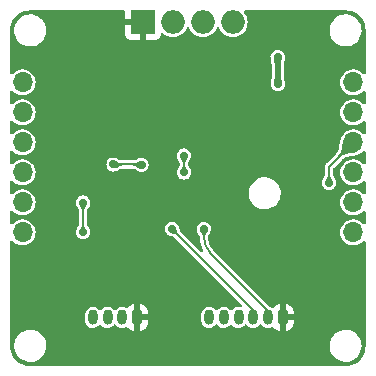
<source format=gbl>
G04 #@! TF.GenerationSoftware,KiCad,Pcbnew,7.0.1*
G04 #@! TF.CreationDate,2023-07-20T02:47:45+02:00*
G04 #@! TF.ProjectId,imu_9_axis,696d755f-395f-4617-9869-732e6b696361,rev?*
G04 #@! TF.SameCoordinates,Original*
G04 #@! TF.FileFunction,Copper,L2,Bot*
G04 #@! TF.FilePolarity,Positive*
%FSLAX46Y46*%
G04 Gerber Fmt 4.6, Leading zero omitted, Abs format (unit mm)*
G04 Created by KiCad (PCBNEW 7.0.1) date 2023-07-20 02:47:45*
%MOMM*%
%LPD*%
G01*
G04 APERTURE LIST*
G04 Aperture macros list*
%AMRoundRect*
0 Rectangle with rounded corners*
0 $1 Rounding radius*
0 $2 $3 $4 $5 $6 $7 $8 $9 X,Y pos of 4 corners*
0 Add a 4 corners polygon primitive as box body*
4,1,4,$2,$3,$4,$5,$6,$7,$8,$9,$2,$3,0*
0 Add four circle primitives for the rounded corners*
1,1,$1+$1,$2,$3*
1,1,$1+$1,$4,$5*
1,1,$1+$1,$6,$7*
1,1,$1+$1,$8,$9*
0 Add four rect primitives between the rounded corners*
20,1,$1+$1,$2,$3,$4,$5,0*
20,1,$1+$1,$4,$5,$6,$7,0*
20,1,$1+$1,$6,$7,$8,$9,0*
20,1,$1+$1,$8,$9,$2,$3,0*%
G04 Aperture macros list end*
G04 #@! TA.AperFunction,ComponentPad*
%ADD10O,2.000000X2.000000*%
G04 #@! TD*
G04 #@! TA.AperFunction,ComponentPad*
%ADD11O,1.700000X1.700000*%
G04 #@! TD*
G04 #@! TA.AperFunction,ComponentPad*
%ADD12R,2.000000X2.000000*%
G04 #@! TD*
G04 #@! TA.AperFunction,ComponentPad*
%ADD13O,0.800000X1.300000*%
G04 #@! TD*
G04 #@! TA.AperFunction,ComponentPad*
%ADD14RoundRect,0.200000X0.200000X0.450000X-0.200000X0.450000X-0.200000X-0.450000X0.200000X-0.450000X0*%
G04 #@! TD*
G04 #@! TA.AperFunction,ViaPad*
%ADD15C,0.700000*%
G04 #@! TD*
G04 #@! TA.AperFunction,Conductor*
%ADD16C,0.200000*%
G04 #@! TD*
G04 #@! TA.AperFunction,Conductor*
%ADD17C,0.500000*%
G04 #@! TD*
G04 APERTURE END LIST*
D10*
X139760000Y-45345000D03*
X137220000Y-45345000D03*
D11*
X149950000Y-50425000D03*
X149950000Y-52965000D03*
X149950000Y-55505000D03*
X149950000Y-58045000D03*
X149950000Y-60585000D03*
X149950000Y-63125000D03*
X121950000Y-63125000D03*
X121950000Y-60585000D03*
X121950000Y-58045000D03*
X121950000Y-55505000D03*
X121950000Y-52965000D03*
X121950000Y-50425000D03*
D10*
X134680000Y-45345000D03*
D12*
X132140000Y-45345000D03*
D13*
X127900000Y-70325000D03*
X129150000Y-70325000D03*
X130400000Y-70325000D03*
D14*
X131650000Y-70325000D03*
D13*
X137745000Y-70325000D03*
X138995000Y-70325000D03*
X140245000Y-70325000D03*
X141495000Y-70325000D03*
X142745000Y-70325000D03*
D14*
X143995000Y-70325000D03*
D15*
X141150000Y-51700000D03*
X130299999Y-64000000D03*
X143500000Y-45800000D03*
X141630160Y-73520000D03*
X135630160Y-67520000D03*
X125630160Y-51520000D03*
X123630160Y-69520000D03*
X145500000Y-45800000D03*
X128300000Y-64000000D03*
X125630160Y-67520000D03*
X145630160Y-67520000D03*
X125630160Y-55520000D03*
X143630160Y-73520000D03*
X133630160Y-67520000D03*
X129630160Y-45520000D03*
X149630160Y-67520000D03*
X123630160Y-67520000D03*
X147630160Y-69520000D03*
X125630160Y-53520000D03*
X132300000Y-64000000D03*
X121630160Y-69520000D03*
X141630160Y-57520000D03*
X139630160Y-73520000D03*
X127630160Y-45520000D03*
X149630160Y-65520000D03*
X121630160Y-65520000D03*
X139630160Y-61520000D03*
X125630160Y-57520000D03*
X127630160Y-51520000D03*
X121630160Y-67520000D03*
X149630160Y-69520000D03*
X143630160Y-57520000D03*
X147630160Y-67520000D03*
X129650000Y-57375000D03*
X132025000Y-57400000D03*
X132837500Y-51725000D03*
X143025000Y-53700000D03*
X138900000Y-50900000D03*
X144900000Y-55575000D03*
X131200000Y-55500000D03*
X132837500Y-50150000D03*
X144575000Y-52975000D03*
X133125000Y-55700000D03*
X138325000Y-55450000D03*
X143550000Y-48300000D03*
X127075000Y-60600000D03*
X143575000Y-50575000D03*
X127075000Y-63100000D03*
X135600000Y-56625000D03*
X135625000Y-58049500D03*
X147900000Y-58925000D03*
X137300000Y-62825000D03*
X134600000Y-62825000D03*
D16*
X137299982Y-63507529D02*
G75*
G03*
X137860363Y-64860361I1913218J29D01*
G01*
X147900000Y-58925000D02*
X147900000Y-57555000D01*
X147900000Y-57555000D02*
X149950000Y-55505000D01*
X129650000Y-57375000D02*
X132000000Y-57375000D01*
X132000000Y-57375000D02*
X132025000Y-57400000D01*
X144245000Y-70095000D02*
X144245000Y-70325000D01*
X127075000Y-63100000D02*
X127075000Y-60600000D01*
D17*
X143550000Y-50550000D02*
X143575000Y-50575000D01*
X143550000Y-48300000D02*
X143550000Y-50550000D01*
D16*
X135625000Y-56650000D02*
X135600000Y-56625000D01*
X135625000Y-58049500D02*
X135625000Y-56650000D01*
X142995000Y-70045000D02*
X142995000Y-70325000D01*
X137300000Y-62825000D02*
X137300000Y-63507529D01*
X142745000Y-69745000D02*
X142745000Y-70325000D01*
X137860362Y-64860362D02*
X142745000Y-69745000D01*
X141495000Y-69720000D02*
X141495000Y-70325000D01*
X134600000Y-62825000D02*
X141495000Y-69720000D01*
G04 #@! TA.AperFunction,Conductor*
G36*
X130578000Y-44342113D02*
G01*
X130623387Y-44387500D01*
X130640000Y-44449500D01*
X130640000Y-45095000D01*
X132266000Y-45095000D01*
X132328000Y-45111613D01*
X132373387Y-45157000D01*
X132390000Y-45219000D01*
X132390000Y-46845000D01*
X133187824Y-46845000D01*
X133247375Y-46838597D01*
X133382089Y-46788352D01*
X133497188Y-46702188D01*
X133583352Y-46587089D01*
X133633597Y-46452375D01*
X133640000Y-46392824D01*
X133640000Y-46372837D01*
X133653515Y-46316542D01*
X133691115Y-46272519D01*
X133744602Y-46250364D01*
X133802318Y-46254906D01*
X133851681Y-46285155D01*
X133873123Y-46306598D01*
X134052361Y-46432102D01*
X134250670Y-46524575D01*
X134462023Y-46581207D01*
X134607341Y-46593920D01*
X134679999Y-46600277D01*
X134679999Y-46600276D01*
X134680000Y-46600277D01*
X134897977Y-46581207D01*
X135109330Y-46524575D01*
X135307639Y-46432102D01*
X135486877Y-46306598D01*
X135641598Y-46151877D01*
X135767102Y-45972639D01*
X135837617Y-45821417D01*
X135883375Y-45769241D01*
X135950000Y-45749822D01*
X136016625Y-45769241D01*
X136062382Y-45821417D01*
X136132898Y-45972639D01*
X136258402Y-46151877D01*
X136413123Y-46306598D01*
X136592361Y-46432102D01*
X136790670Y-46524575D01*
X137002023Y-46581207D01*
X137147341Y-46593920D01*
X137219999Y-46600277D01*
X137219999Y-46600276D01*
X137220000Y-46600277D01*
X137437977Y-46581207D01*
X137649330Y-46524575D01*
X137847639Y-46432102D01*
X138026877Y-46306598D01*
X138181598Y-46151877D01*
X138307102Y-45972639D01*
X138377617Y-45821417D01*
X138423375Y-45769241D01*
X138490000Y-45749822D01*
X138556625Y-45769241D01*
X138602382Y-45821417D01*
X138672898Y-45972639D01*
X138798402Y-46151877D01*
X138953123Y-46306598D01*
X139132361Y-46432102D01*
X139330670Y-46524575D01*
X139542023Y-46581207D01*
X139687341Y-46593920D01*
X139759999Y-46600277D01*
X139759999Y-46600276D01*
X139760000Y-46600277D01*
X139977977Y-46581207D01*
X140189330Y-46524575D01*
X140387639Y-46432102D01*
X140566877Y-46306598D01*
X140721598Y-46151877D01*
X140847102Y-45972639D01*
X140849587Y-45967309D01*
X147941828Y-45967309D01*
X147951613Y-46197665D01*
X148000190Y-46423064D01*
X148071400Y-46600277D01*
X148086159Y-46637006D01*
X148207049Y-46833343D01*
X148286061Y-46923118D01*
X148359381Y-47006427D01*
X148538768Y-47151272D01*
X148740063Y-47263721D01*
X148957464Y-47340534D01*
X149184713Y-47379500D01*
X149184715Y-47379500D01*
X149357535Y-47379500D01*
X149357539Y-47379500D01*
X149472337Y-47369728D01*
X149529739Y-47364843D01*
X149752869Y-47306745D01*
X149962971Y-47211773D01*
X150154000Y-47082659D01*
X150320462Y-46923119D01*
X150457566Y-46737742D01*
X150561370Y-46531860D01*
X150628886Y-46311397D01*
X150658172Y-46082694D01*
X150648386Y-45852332D01*
X150599810Y-45626938D01*
X150586976Y-45595000D01*
X150513842Y-45412997D01*
X150513841Y-45412994D01*
X150392951Y-45216657D01*
X150285880Y-45095000D01*
X150240618Y-45043572D01*
X150061231Y-44898727D01*
X149859936Y-44786278D01*
X149642535Y-44709465D01*
X149415287Y-44670500D01*
X149415285Y-44670500D01*
X149242465Y-44670500D01*
X149242461Y-44670500D01*
X149070262Y-44685156D01*
X148847129Y-44743255D01*
X148637029Y-44838226D01*
X148446000Y-44967340D01*
X148279537Y-45126881D01*
X148142434Y-45312257D01*
X148038630Y-45518139D01*
X147971114Y-45738602D01*
X147967191Y-45769241D01*
X147943099Y-45957385D01*
X147941828Y-45967309D01*
X140849587Y-45967309D01*
X140939575Y-45774330D01*
X140996207Y-45562977D01*
X141015277Y-45345000D01*
X140996207Y-45127023D01*
X140939575Y-44915670D01*
X140847102Y-44717362D01*
X140721598Y-44538123D01*
X140720656Y-44537180D01*
X140718677Y-44533952D01*
X140715375Y-44529236D01*
X140715663Y-44529034D01*
X140690406Y-44487818D01*
X140685864Y-44430102D01*
X140708019Y-44376615D01*
X140752042Y-44339015D01*
X140808337Y-44325500D01*
X149292178Y-44325500D01*
X149292181Y-44325501D01*
X149335351Y-44325500D01*
X149344193Y-44325815D01*
X149567142Y-44341758D01*
X149584640Y-44344273D01*
X149764518Y-44383402D01*
X149798707Y-44390839D01*
X149815683Y-44395823D01*
X150020948Y-44472381D01*
X150037030Y-44479725D01*
X150229326Y-44584725D01*
X150244189Y-44594278D01*
X150398062Y-44709465D01*
X150419571Y-44725566D01*
X150432942Y-44737152D01*
X150587847Y-44892057D01*
X150599433Y-44905428D01*
X150730718Y-45080805D01*
X150740276Y-45095677D01*
X150845271Y-45287963D01*
X150852618Y-45304051D01*
X150929176Y-45509316D01*
X150934160Y-45526292D01*
X150980724Y-45740351D01*
X150983242Y-45757864D01*
X150999183Y-45980804D01*
X150999499Y-45989648D01*
X150999499Y-46052937D01*
X150999500Y-46052943D01*
X150999500Y-49618647D01*
X150984382Y-49677982D01*
X150942715Y-49722849D01*
X150884658Y-49742308D01*
X150824368Y-49731614D01*
X150776546Y-49693374D01*
X150766763Y-49680420D01*
X150616041Y-49543018D01*
X150442638Y-49435652D01*
X150252457Y-49361976D01*
X150185629Y-49349483D01*
X150051976Y-49324500D01*
X149848024Y-49324500D01*
X149747784Y-49343237D01*
X149647542Y-49361976D01*
X149457361Y-49435652D01*
X149283958Y-49543018D01*
X149133236Y-49680419D01*
X149010324Y-49843181D01*
X148919418Y-50025748D01*
X148863602Y-50221916D01*
X148844785Y-50424999D01*
X148863602Y-50628083D01*
X148919418Y-50824251D01*
X149010324Y-51006818D01*
X149133236Y-51169580D01*
X149283958Y-51306981D01*
X149457361Y-51414347D01*
X149457363Y-51414348D01*
X149647544Y-51488024D01*
X149848024Y-51525500D01*
X150051974Y-51525500D01*
X150051976Y-51525500D01*
X150252456Y-51488024D01*
X150442637Y-51414348D01*
X150616041Y-51306981D01*
X150766764Y-51169579D01*
X150776545Y-51156626D01*
X150824368Y-51118386D01*
X150884658Y-51107692D01*
X150942715Y-51127151D01*
X150984382Y-51172018D01*
X150999500Y-51231353D01*
X150999500Y-52158647D01*
X150984382Y-52217982D01*
X150942715Y-52262849D01*
X150884658Y-52282308D01*
X150824368Y-52271614D01*
X150776546Y-52233374D01*
X150766763Y-52220420D01*
X150616041Y-52083018D01*
X150442638Y-51975652D01*
X150252457Y-51901976D01*
X150185629Y-51889483D01*
X150051976Y-51864500D01*
X149848024Y-51864500D01*
X149747783Y-51883238D01*
X149647542Y-51901976D01*
X149457361Y-51975652D01*
X149283958Y-52083018D01*
X149133236Y-52220419D01*
X149010324Y-52383181D01*
X148919418Y-52565748D01*
X148863602Y-52761916D01*
X148844785Y-52964999D01*
X148863602Y-53168083D01*
X148919418Y-53364251D01*
X149010324Y-53546818D01*
X149133236Y-53709580D01*
X149283958Y-53846981D01*
X149457361Y-53954347D01*
X149457363Y-53954348D01*
X149647544Y-54028024D01*
X149848024Y-54065500D01*
X150051974Y-54065500D01*
X150051976Y-54065500D01*
X150252456Y-54028024D01*
X150442637Y-53954348D01*
X150616041Y-53846981D01*
X150766764Y-53709579D01*
X150776545Y-53696626D01*
X150824368Y-53658386D01*
X150884658Y-53647692D01*
X150942715Y-53667151D01*
X150984382Y-53712018D01*
X150999500Y-53771353D01*
X150999500Y-54698647D01*
X150984382Y-54757982D01*
X150942715Y-54802849D01*
X150884658Y-54822308D01*
X150824368Y-54811614D01*
X150776546Y-54773374D01*
X150766763Y-54760420D01*
X150616041Y-54623018D01*
X150442638Y-54515652D01*
X150252457Y-54441976D01*
X150185629Y-54429484D01*
X150051976Y-54404500D01*
X149848024Y-54404500D01*
X149747784Y-54423237D01*
X149647542Y-54441976D01*
X149457361Y-54515652D01*
X149283958Y-54623018D01*
X149133236Y-54760419D01*
X149010324Y-54923181D01*
X148919418Y-55105747D01*
X148906044Y-55152751D01*
X148905559Y-55154410D01*
X148808842Y-55477153D01*
X148803081Y-55500233D01*
X148802652Y-55502374D01*
X148799072Y-55525809D01*
X148768456Y-55815716D01*
X148768188Y-55818388D01*
X148748936Y-56021495D01*
X148742137Y-56051854D01*
X148688882Y-56199546D01*
X148669468Y-56234437D01*
X148476307Y-56478510D01*
X148476215Y-56478437D01*
X148463000Y-56496316D01*
X147686955Y-57272361D01*
X147667104Y-57288483D01*
X147659332Y-57293561D01*
X147641500Y-57316471D01*
X147631765Y-57327496D01*
X147620441Y-57343357D01*
X147617392Y-57347445D01*
X147605825Y-57362308D01*
X147582891Y-57391773D01*
X147566871Y-57445582D01*
X147565309Y-57450458D01*
X147547074Y-57503577D01*
X147549394Y-57559668D01*
X147549500Y-57564792D01*
X147549500Y-58180052D01*
X147545101Y-58212786D01*
X147544463Y-58215114D01*
X147536904Y-58308390D01*
X147531166Y-58336917D01*
X147525033Y-58355670D01*
X147513848Y-58380348D01*
X147488991Y-58422288D01*
X147486816Y-58425822D01*
X147429614Y-58515362D01*
X147422361Y-58527434D01*
X147421762Y-58528496D01*
X147415192Y-58540931D01*
X147353062Y-58666769D01*
X147338084Y-58711603D01*
X147335035Y-58719762D01*
X147314956Y-58768237D01*
X147294317Y-58925000D01*
X147314956Y-59081762D01*
X147375463Y-59227840D01*
X147471717Y-59353282D01*
X147544898Y-59409435D01*
X147597159Y-59449536D01*
X147743238Y-59510044D01*
X147879360Y-59527964D01*
X147899999Y-59530682D01*
X147899999Y-59530681D01*
X147900000Y-59530682D01*
X148056762Y-59510044D01*
X148202841Y-59449536D01*
X148328282Y-59353282D01*
X148424536Y-59227841D01*
X148485044Y-59081762D01*
X148505682Y-58925000D01*
X148485044Y-58768238D01*
X148464957Y-58719744D01*
X148461925Y-58711631D01*
X148446936Y-58666768D01*
X148384798Y-58540917D01*
X148378256Y-58528534D01*
X148377625Y-58527415D01*
X148370383Y-58515362D01*
X148355437Y-58491967D01*
X148313166Y-58425798D01*
X148310991Y-58422265D01*
X148286148Y-58380350D01*
X148274963Y-58355674D01*
X148273873Y-58352340D01*
X148268830Y-58336921D01*
X148263094Y-58308399D01*
X148255536Y-58215117D01*
X148255536Y-58215114D01*
X148254898Y-58212783D01*
X148250500Y-58180053D01*
X148250500Y-57751544D01*
X148259939Y-57704091D01*
X148286819Y-57663863D01*
X148393920Y-57556762D01*
X148958681Y-56991998D01*
X148976559Y-56978786D01*
X148976487Y-56978695D01*
X149016892Y-56946717D01*
X149220562Y-56785527D01*
X149255447Y-56766115D01*
X149403146Y-56712858D01*
X149433501Y-56706061D01*
X149636504Y-56686819D01*
X149636553Y-56686814D01*
X149636575Y-56686812D01*
X149638127Y-56686656D01*
X149639226Y-56686546D01*
X149639242Y-56686544D01*
X149639265Y-56686542D01*
X149929197Y-56655924D01*
X149952571Y-56652355D01*
X149952577Y-56652353D01*
X149952582Y-56652353D01*
X149954712Y-56651926D01*
X149977833Y-56646157D01*
X150209226Y-56576815D01*
X150222001Y-56573716D01*
X150252456Y-56568024D01*
X150295367Y-56551399D01*
X150304549Y-56548250D01*
X150336229Y-56538758D01*
X150377203Y-56519940D01*
X150384087Y-56517029D01*
X150442637Y-56494348D01*
X150616041Y-56386981D01*
X150766764Y-56249579D01*
X150776545Y-56236626D01*
X150824368Y-56198386D01*
X150884658Y-56187692D01*
X150942715Y-56207151D01*
X150984382Y-56252018D01*
X150999500Y-56311353D01*
X150999500Y-57238647D01*
X150984382Y-57297982D01*
X150942715Y-57342849D01*
X150884658Y-57362308D01*
X150824368Y-57351614D01*
X150776546Y-57313374D01*
X150766763Y-57300420D01*
X150616041Y-57163018D01*
X150442638Y-57055652D01*
X150252457Y-56981976D01*
X150150659Y-56962947D01*
X150051976Y-56944500D01*
X149848024Y-56944500D01*
X149755348Y-56961824D01*
X149647542Y-56981976D01*
X149457361Y-57055652D01*
X149283958Y-57163018D01*
X149133236Y-57300419D01*
X149010324Y-57463181D01*
X148919418Y-57645748D01*
X148863602Y-57841916D01*
X148844785Y-58045000D01*
X148863602Y-58248083D01*
X148919418Y-58444251D01*
X149010324Y-58626818D01*
X149133236Y-58789580D01*
X149283958Y-58926981D01*
X149400527Y-58999157D01*
X149457363Y-59034348D01*
X149647544Y-59108024D01*
X149848024Y-59145500D01*
X150051974Y-59145500D01*
X150051976Y-59145500D01*
X150252456Y-59108024D01*
X150442637Y-59034348D01*
X150616041Y-58926981D01*
X150766764Y-58789579D01*
X150776545Y-58776626D01*
X150824368Y-58738386D01*
X150884658Y-58727692D01*
X150942715Y-58747151D01*
X150984382Y-58792018D01*
X150999500Y-58851353D01*
X150999500Y-59778647D01*
X150984382Y-59837982D01*
X150942715Y-59882849D01*
X150884658Y-59902308D01*
X150824368Y-59891614D01*
X150776546Y-59853374D01*
X150766763Y-59840420D01*
X150616041Y-59703018D01*
X150442638Y-59595652D01*
X150252457Y-59521976D01*
X150185629Y-59509484D01*
X150051976Y-59484500D01*
X149848024Y-59484500D01*
X149747784Y-59503237D01*
X149647542Y-59521976D01*
X149457361Y-59595652D01*
X149283958Y-59703018D01*
X149133236Y-59840419D01*
X149010324Y-60003181D01*
X148919418Y-60185748D01*
X148863602Y-60381916D01*
X148844785Y-60584999D01*
X148863602Y-60788083D01*
X148919418Y-60984251D01*
X149010324Y-61166818D01*
X149133236Y-61329580D01*
X149283958Y-61466981D01*
X149457361Y-61574347D01*
X149457363Y-61574348D01*
X149647544Y-61648024D01*
X149848024Y-61685500D01*
X150051974Y-61685500D01*
X150051976Y-61685500D01*
X150252456Y-61648024D01*
X150442637Y-61574348D01*
X150616041Y-61466981D01*
X150766764Y-61329579D01*
X150776545Y-61316626D01*
X150824368Y-61278386D01*
X150884658Y-61267692D01*
X150942715Y-61287151D01*
X150984382Y-61332018D01*
X150999500Y-61391353D01*
X150999500Y-62318647D01*
X150984382Y-62377982D01*
X150942715Y-62422849D01*
X150884658Y-62442308D01*
X150824368Y-62431614D01*
X150776546Y-62393374D01*
X150766763Y-62380420D01*
X150616041Y-62243018D01*
X150442638Y-62135652D01*
X150252457Y-62061976D01*
X150185629Y-62049484D01*
X150051976Y-62024500D01*
X149848024Y-62024500D01*
X149747783Y-62043238D01*
X149647542Y-62061976D01*
X149457361Y-62135652D01*
X149283958Y-62243018D01*
X149133236Y-62380419D01*
X149010324Y-62543181D01*
X148919418Y-62725748D01*
X148863602Y-62921916D01*
X148844785Y-63124999D01*
X148863602Y-63328083D01*
X148919418Y-63524251D01*
X149010324Y-63706818D01*
X149133236Y-63869580D01*
X149283958Y-64006981D01*
X149430711Y-64097846D01*
X149457363Y-64114348D01*
X149647544Y-64188024D01*
X149848024Y-64225500D01*
X150051974Y-64225500D01*
X150051976Y-64225500D01*
X150252456Y-64188024D01*
X150442637Y-64114348D01*
X150616041Y-64006981D01*
X150766764Y-63869579D01*
X150776545Y-63856626D01*
X150824368Y-63818386D01*
X150884658Y-63807692D01*
X150942715Y-63827151D01*
X150984382Y-63872018D01*
X150999500Y-63931353D01*
X150999500Y-72697057D01*
X150999499Y-72697063D01*
X150999499Y-72760351D01*
X150999183Y-72769195D01*
X150983242Y-72992135D01*
X150980724Y-73009648D01*
X150934160Y-73223707D01*
X150929176Y-73240683D01*
X150852618Y-73445948D01*
X150845268Y-73462041D01*
X150740280Y-73654315D01*
X150730718Y-73669194D01*
X150599433Y-73844571D01*
X150587847Y-73857942D01*
X150432942Y-74012847D01*
X150419571Y-74024433D01*
X150244194Y-74155718D01*
X150229315Y-74165280D01*
X150045311Y-74265753D01*
X150037041Y-74270269D01*
X150020948Y-74277618D01*
X149815683Y-74354176D01*
X149798707Y-74359160D01*
X149584648Y-74405724D01*
X149567135Y-74408242D01*
X149344195Y-74424183D01*
X149335351Y-74424499D01*
X149272063Y-74424499D01*
X149272057Y-74424500D01*
X122627943Y-74424500D01*
X122627937Y-74424499D01*
X122564648Y-74424499D01*
X122555804Y-74424183D01*
X122332864Y-74408242D01*
X122315351Y-74405724D01*
X122101292Y-74359160D01*
X122084316Y-74354176D01*
X121879051Y-74277618D01*
X121862963Y-74270271D01*
X121670677Y-74165276D01*
X121655805Y-74155718D01*
X121480428Y-74024433D01*
X121467057Y-74012847D01*
X121312152Y-73857942D01*
X121300566Y-73844571D01*
X121169278Y-73669189D01*
X121159725Y-73654326D01*
X121054725Y-73462030D01*
X121047381Y-73445948D01*
X120970823Y-73240683D01*
X120965839Y-73223707D01*
X120954814Y-73173022D01*
X120919273Y-73009640D01*
X120916758Y-72992142D01*
X120900815Y-72769193D01*
X120900500Y-72760349D01*
X120900501Y-72717181D01*
X120900500Y-72717178D01*
X120900500Y-72667309D01*
X121241828Y-72667309D01*
X121251613Y-72897665D01*
X121300190Y-73123064D01*
X121386157Y-73337002D01*
X121386159Y-73337006D01*
X121507049Y-73533343D01*
X121586061Y-73623118D01*
X121659381Y-73706427D01*
X121838768Y-73851272D01*
X122040063Y-73963721D01*
X122257464Y-74040534D01*
X122484713Y-74079500D01*
X122484715Y-74079500D01*
X122657535Y-74079500D01*
X122657539Y-74079500D01*
X122772337Y-74069728D01*
X122829739Y-74064843D01*
X123052869Y-74006745D01*
X123262971Y-73911773D01*
X123454000Y-73782659D01*
X123620462Y-73623119D01*
X123757566Y-73437742D01*
X123861370Y-73231860D01*
X123928886Y-73011397D01*
X123958172Y-72782694D01*
X123953270Y-72667309D01*
X147941828Y-72667309D01*
X147951613Y-72897665D01*
X148000190Y-73123064D01*
X148086157Y-73337002D01*
X148086159Y-73337006D01*
X148207049Y-73533343D01*
X148286061Y-73623118D01*
X148359381Y-73706427D01*
X148538768Y-73851272D01*
X148740063Y-73963721D01*
X148957464Y-74040534D01*
X149184713Y-74079500D01*
X149184715Y-74079500D01*
X149357535Y-74079500D01*
X149357539Y-74079500D01*
X149472337Y-74069728D01*
X149529739Y-74064843D01*
X149752869Y-74006745D01*
X149962971Y-73911773D01*
X150154000Y-73782659D01*
X150320462Y-73623119D01*
X150457566Y-73437742D01*
X150561370Y-73231860D01*
X150628886Y-73011397D01*
X150658172Y-72782694D01*
X150648386Y-72552332D01*
X150599810Y-72326938D01*
X150513841Y-72112994D01*
X150392951Y-71916657D01*
X150296032Y-71806535D01*
X150240618Y-71743572D01*
X150061231Y-71598727D01*
X149859936Y-71486278D01*
X149642535Y-71409465D01*
X149415287Y-71370500D01*
X149415285Y-71370500D01*
X149242465Y-71370500D01*
X149242461Y-71370500D01*
X149070262Y-71385156D01*
X148847129Y-71443255D01*
X148637029Y-71538226D01*
X148446000Y-71667340D01*
X148279537Y-71826881D01*
X148142434Y-72012257D01*
X148038630Y-72218139D01*
X148038630Y-72218140D01*
X147971114Y-72438603D01*
X147956551Y-72552334D01*
X147941828Y-72667309D01*
X123953270Y-72667309D01*
X123948386Y-72552332D01*
X123899810Y-72326938D01*
X123813841Y-72112994D01*
X123692951Y-71916657D01*
X123596032Y-71806535D01*
X123540618Y-71743572D01*
X123361231Y-71598727D01*
X123159936Y-71486278D01*
X122942535Y-71409465D01*
X122715287Y-71370500D01*
X122715285Y-71370500D01*
X122542465Y-71370500D01*
X122542461Y-71370500D01*
X122370262Y-71385156D01*
X122147129Y-71443255D01*
X121937029Y-71538226D01*
X121746000Y-71667340D01*
X121579537Y-71826881D01*
X121442434Y-72012257D01*
X121338630Y-72218139D01*
X121338630Y-72218140D01*
X121271114Y-72438603D01*
X121256551Y-72552334D01*
X121241828Y-72667309D01*
X120900500Y-72667309D01*
X120900500Y-70615927D01*
X127249500Y-70615927D01*
X127264928Y-70738059D01*
X127325431Y-70890870D01*
X127422034Y-71023834D01*
X127422036Y-71023835D01*
X127422037Y-71023837D01*
X127548674Y-71128600D01*
X127697387Y-71198579D01*
X127858830Y-71229376D01*
X127858832Y-71229375D01*
X127858833Y-71229376D01*
X127957248Y-71223183D01*
X128022860Y-71219056D01*
X128179171Y-71168268D01*
X128317940Y-71080202D01*
X128430448Y-70960393D01*
X128430449Y-70960390D01*
X128438059Y-70952287D01*
X128482804Y-70921878D01*
X128536238Y-70913415D01*
X128588190Y-70928508D01*
X128628770Y-70964285D01*
X128672034Y-71023834D01*
X128672036Y-71023835D01*
X128672037Y-71023837D01*
X128798674Y-71128600D01*
X128947387Y-71198579D01*
X129108830Y-71229376D01*
X129108832Y-71229375D01*
X129108833Y-71229376D01*
X129207248Y-71223183D01*
X129272860Y-71219056D01*
X129429171Y-71168268D01*
X129567940Y-71080202D01*
X129680448Y-70960393D01*
X129680449Y-70960390D01*
X129688059Y-70952287D01*
X129732804Y-70921878D01*
X129786238Y-70913415D01*
X129838190Y-70928508D01*
X129878770Y-70964285D01*
X129922034Y-71023834D01*
X129922036Y-71023835D01*
X129922037Y-71023837D01*
X130048674Y-71128600D01*
X130197387Y-71198579D01*
X130358830Y-71229376D01*
X130358832Y-71229375D01*
X130358833Y-71229376D01*
X130457248Y-71223183D01*
X130522860Y-71219056D01*
X130679171Y-71168268D01*
X130709928Y-71148748D01*
X130772072Y-71129520D01*
X130835402Y-71144400D01*
X130882484Y-71189294D01*
X130894925Y-71209873D01*
X131015126Y-71330075D01*
X131160603Y-71418019D01*
X131322893Y-71468590D01*
X131393424Y-71475000D01*
X131400000Y-71475000D01*
X131400000Y-70575000D01*
X131900000Y-70575000D01*
X131900000Y-71474999D01*
X131906579Y-71474999D01*
X131977104Y-71468591D01*
X132139397Y-71418018D01*
X132284875Y-71330074D01*
X132405074Y-71209875D01*
X132493019Y-71064396D01*
X132543590Y-70902106D01*
X132550000Y-70831576D01*
X132550000Y-70575000D01*
X131900000Y-70575000D01*
X131400000Y-70575000D01*
X131400000Y-69175001D01*
X131393421Y-69175001D01*
X131322895Y-69181408D01*
X131160602Y-69231981D01*
X131015126Y-69319924D01*
X130894924Y-69440126D01*
X130882677Y-69460386D01*
X130840110Y-69502710D01*
X130782651Y-69520082D01*
X130723766Y-69508431D01*
X130635809Y-69467042D01*
X130602613Y-69451421D01*
X130477732Y-69427598D01*
X130441166Y-69420623D01*
X130277141Y-69430943D01*
X130120829Y-69481732D01*
X129982059Y-69569798D01*
X129861939Y-69697713D01*
X129817194Y-69728121D01*
X129763760Y-69736584D01*
X129711809Y-69721491D01*
X129671231Y-69685716D01*
X129627963Y-69626163D01*
X129501326Y-69521400D01*
X129352613Y-69451421D01*
X129227732Y-69427598D01*
X129191166Y-69420623D01*
X129027141Y-69430943D01*
X128870829Y-69481732D01*
X128732059Y-69569798D01*
X128611939Y-69697713D01*
X128567194Y-69728121D01*
X128513760Y-69736584D01*
X128461809Y-69721491D01*
X128421231Y-69685716D01*
X128377963Y-69626163D01*
X128251326Y-69521400D01*
X128102613Y-69451421D01*
X127977732Y-69427598D01*
X127941166Y-69420623D01*
X127777141Y-69430943D01*
X127620829Y-69481732D01*
X127482059Y-69569797D01*
X127369552Y-69689606D01*
X127290371Y-69833634D01*
X127249500Y-69992821D01*
X127249500Y-70615927D01*
X120900500Y-70615927D01*
X120900500Y-69175000D01*
X131900000Y-69175000D01*
X131900000Y-70075000D01*
X132549999Y-70075000D01*
X132549999Y-69818421D01*
X132543591Y-69747895D01*
X132493018Y-69585602D01*
X132405074Y-69440124D01*
X132284875Y-69319925D01*
X132139396Y-69231980D01*
X131977106Y-69181409D01*
X131906576Y-69175000D01*
X131900000Y-69175000D01*
X120900500Y-69175000D01*
X120900500Y-63931353D01*
X120915618Y-63872018D01*
X120957285Y-63827151D01*
X121015342Y-63807692D01*
X121075632Y-63818386D01*
X121123454Y-63856626D01*
X121133236Y-63869579D01*
X121283958Y-64006981D01*
X121430711Y-64097846D01*
X121457363Y-64114348D01*
X121647544Y-64188024D01*
X121848024Y-64225500D01*
X122051974Y-64225500D01*
X122051976Y-64225500D01*
X122252456Y-64188024D01*
X122442637Y-64114348D01*
X122616041Y-64006981D01*
X122766764Y-63869579D01*
X122889673Y-63706821D01*
X122889673Y-63706819D01*
X122889675Y-63706818D01*
X122943064Y-63599597D01*
X122980582Y-63524250D01*
X123036397Y-63328083D01*
X123055215Y-63125000D01*
X123052898Y-63099999D01*
X126469317Y-63099999D01*
X126489956Y-63256762D01*
X126550463Y-63402840D01*
X126646717Y-63528282D01*
X126739658Y-63599597D01*
X126772159Y-63624536D01*
X126918238Y-63685044D01*
X127075000Y-63705682D01*
X127231762Y-63685044D01*
X127377841Y-63624536D01*
X127503282Y-63528282D01*
X127599536Y-63402841D01*
X127660044Y-63256762D01*
X127680682Y-63100000D01*
X127660044Y-62943238D01*
X127639957Y-62894744D01*
X127636925Y-62886631D01*
X127621936Y-62841768D01*
X127613657Y-62825000D01*
X133994317Y-62825000D01*
X134014956Y-62981762D01*
X134075463Y-63127840D01*
X134171717Y-63253282D01*
X134249801Y-63313197D01*
X134297159Y-63349536D01*
X134345643Y-63369618D01*
X134353552Y-63373225D01*
X134372532Y-63382698D01*
X134395855Y-63394339D01*
X134528782Y-63439390D01*
X134542153Y-63443517D01*
X134543390Y-63443862D01*
X134557046Y-63447269D01*
X134660885Y-63470151D01*
X134664888Y-63471103D01*
X134712073Y-63483171D01*
X134737428Y-63492711D01*
X134747207Y-63497669D01*
X134755032Y-63501638D01*
X134779262Y-63517755D01*
X134850552Y-63578359D01*
X134850556Y-63578362D01*
X134852663Y-63579563D01*
X134878915Y-63599597D01*
X140512467Y-69233149D01*
X140544077Y-69286984D01*
X140545450Y-69349398D01*
X140516238Y-69404571D01*
X140463845Y-69438518D01*
X140401551Y-69442634D01*
X140286167Y-69420623D01*
X140122141Y-69430943D01*
X139965829Y-69481732D01*
X139827059Y-69569798D01*
X139706939Y-69697713D01*
X139662194Y-69728121D01*
X139608760Y-69736584D01*
X139556809Y-69721491D01*
X139516231Y-69685716D01*
X139472963Y-69626163D01*
X139346326Y-69521400D01*
X139197613Y-69451421D01*
X139072732Y-69427598D01*
X139036166Y-69420623D01*
X138872141Y-69430943D01*
X138715829Y-69481732D01*
X138577059Y-69569798D01*
X138456939Y-69697713D01*
X138412194Y-69728121D01*
X138358760Y-69736584D01*
X138306809Y-69721491D01*
X138266231Y-69685716D01*
X138222963Y-69626163D01*
X138096326Y-69521400D01*
X137947613Y-69451421D01*
X137822732Y-69427598D01*
X137786166Y-69420623D01*
X137622141Y-69430943D01*
X137465829Y-69481732D01*
X137327059Y-69569797D01*
X137214552Y-69689606D01*
X137135371Y-69833634D01*
X137094500Y-69992821D01*
X137094500Y-70615927D01*
X137109928Y-70738059D01*
X137170431Y-70890870D01*
X137267034Y-71023834D01*
X137267036Y-71023835D01*
X137267037Y-71023837D01*
X137393674Y-71128600D01*
X137542387Y-71198579D01*
X137703830Y-71229376D01*
X137703832Y-71229375D01*
X137703833Y-71229376D01*
X137802248Y-71223183D01*
X137867860Y-71219056D01*
X138024171Y-71168268D01*
X138162940Y-71080202D01*
X138275448Y-70960393D01*
X138275449Y-70960390D01*
X138283059Y-70952287D01*
X138327804Y-70921878D01*
X138381238Y-70913415D01*
X138433190Y-70928508D01*
X138473770Y-70964285D01*
X138517034Y-71023834D01*
X138517036Y-71023835D01*
X138517037Y-71023837D01*
X138643674Y-71128600D01*
X138792387Y-71198579D01*
X138953830Y-71229376D01*
X138953832Y-71229375D01*
X138953833Y-71229376D01*
X139052248Y-71223183D01*
X139117860Y-71219056D01*
X139274171Y-71168268D01*
X139412940Y-71080202D01*
X139525448Y-70960393D01*
X139525449Y-70960390D01*
X139533059Y-70952287D01*
X139577804Y-70921878D01*
X139631238Y-70913415D01*
X139683190Y-70928508D01*
X139723770Y-70964285D01*
X139767034Y-71023834D01*
X139767036Y-71023835D01*
X139767037Y-71023837D01*
X139893674Y-71128600D01*
X140042387Y-71198579D01*
X140203830Y-71229376D01*
X140203832Y-71229375D01*
X140203833Y-71229376D01*
X140302248Y-71223183D01*
X140367860Y-71219056D01*
X140524171Y-71168268D01*
X140662940Y-71080202D01*
X140775448Y-70960393D01*
X140775449Y-70960390D01*
X140783059Y-70952287D01*
X140827804Y-70921878D01*
X140881238Y-70913415D01*
X140933190Y-70928508D01*
X140973770Y-70964285D01*
X141017034Y-71023834D01*
X141017036Y-71023835D01*
X141017037Y-71023837D01*
X141143674Y-71128600D01*
X141292387Y-71198579D01*
X141453830Y-71229376D01*
X141453832Y-71229375D01*
X141453833Y-71229376D01*
X141552248Y-71223183D01*
X141617860Y-71219056D01*
X141774171Y-71168268D01*
X141912940Y-71080202D01*
X142025448Y-70960393D01*
X142025449Y-70960390D01*
X142033059Y-70952287D01*
X142077804Y-70921878D01*
X142131238Y-70913415D01*
X142183190Y-70928508D01*
X142223770Y-70964285D01*
X142267034Y-71023834D01*
X142267036Y-71023835D01*
X142267037Y-71023837D01*
X142393674Y-71128600D01*
X142542387Y-71198579D01*
X142703830Y-71229376D01*
X142703832Y-71229375D01*
X142703833Y-71229376D01*
X142802248Y-71223183D01*
X142867860Y-71219056D01*
X143024171Y-71168268D01*
X143054928Y-71148748D01*
X143117072Y-71129520D01*
X143180402Y-71144400D01*
X143227484Y-71189294D01*
X143239925Y-71209873D01*
X143360126Y-71330075D01*
X143505603Y-71418019D01*
X143667893Y-71468590D01*
X143738424Y-71475000D01*
X143745000Y-71475000D01*
X143745000Y-70575000D01*
X144245000Y-70575000D01*
X144245000Y-71474999D01*
X144251579Y-71474999D01*
X144322104Y-71468591D01*
X144484397Y-71418018D01*
X144629875Y-71330074D01*
X144750074Y-71209875D01*
X144838019Y-71064396D01*
X144888590Y-70902106D01*
X144895000Y-70831576D01*
X144895000Y-70575000D01*
X144245000Y-70575000D01*
X143745000Y-70575000D01*
X143745000Y-69175001D01*
X143738421Y-69175001D01*
X143667895Y-69181408D01*
X143505602Y-69231981D01*
X143360126Y-69319924D01*
X143239924Y-69440126D01*
X143227677Y-69460386D01*
X143185110Y-69502710D01*
X143127651Y-69520082D01*
X143068766Y-69508431D01*
X142966231Y-69460182D01*
X142931346Y-69435664D01*
X142670682Y-69175000D01*
X144245000Y-69175000D01*
X144245000Y-70075000D01*
X144894999Y-70075000D01*
X144894999Y-69818421D01*
X144888591Y-69747895D01*
X144838018Y-69585602D01*
X144750074Y-69440124D01*
X144629875Y-69319925D01*
X144484396Y-69231980D01*
X144322106Y-69181409D01*
X144251576Y-69175000D01*
X144245000Y-69175000D01*
X142670682Y-69175000D01*
X138111078Y-64615396D01*
X138105551Y-64609496D01*
X137978775Y-64464938D01*
X137968906Y-64452076D01*
X137864373Y-64295635D01*
X137856262Y-64281588D01*
X137773038Y-64112831D01*
X137766831Y-64097846D01*
X137706348Y-63919675D01*
X137702150Y-63904008D01*
X137665439Y-63719465D01*
X137663322Y-63703385D01*
X137653400Y-63552056D01*
X137655658Y-63530187D01*
X137654503Y-63530089D01*
X137655486Y-63518580D01*
X137655487Y-63518578D01*
X137662923Y-63431538D01*
X137669219Y-63401759D01*
X137673723Y-63388672D01*
X137685574Y-63363708D01*
X137710186Y-63323999D01*
X137712019Y-63321133D01*
X137769565Y-63233800D01*
X137777581Y-63220805D01*
X137778282Y-63219589D01*
X137785513Y-63206131D01*
X137846355Y-63084275D01*
X137849309Y-63075552D01*
X137861963Y-63038190D01*
X137864841Y-63030535D01*
X137864846Y-63030523D01*
X137885044Y-62981762D01*
X137905682Y-62825000D01*
X137885044Y-62668238D01*
X137824536Y-62522159D01*
X137794788Y-62483390D01*
X137728282Y-62396717D01*
X137602840Y-62300463D01*
X137456762Y-62239956D01*
X137299999Y-62219317D01*
X137143237Y-62239956D01*
X136997159Y-62300463D01*
X136871717Y-62396717D01*
X136775463Y-62522159D01*
X136714956Y-62668237D01*
X136694317Y-62825000D01*
X136714956Y-62981761D01*
X136735152Y-63030523D01*
X136738034Y-63038190D01*
X136753641Y-63084268D01*
X136814482Y-63206124D01*
X136821726Y-63219608D01*
X136822414Y-63220802D01*
X136830425Y-63233787D01*
X136887957Y-63321101D01*
X136889811Y-63324001D01*
X136914422Y-63363708D01*
X136926274Y-63388677D01*
X136930774Y-63401751D01*
X136937074Y-63431547D01*
X136944513Y-63518580D01*
X136944514Y-63518583D01*
X136944959Y-63520185D01*
X136949482Y-63553367D01*
X136949483Y-63634661D01*
X136977954Y-63887312D01*
X137034535Y-64135195D01*
X137118510Y-64375173D01*
X137228833Y-64604256D01*
X137241629Y-64624619D01*
X137260289Y-64681325D01*
X137250290Y-64740178D01*
X137213949Y-64787539D01*
X137159689Y-64812430D01*
X137100086Y-64809083D01*
X137048955Y-64778273D01*
X135374597Y-63103915D01*
X135354562Y-63077661D01*
X135353362Y-63075556D01*
X135321597Y-63038190D01*
X135292755Y-63004262D01*
X135276638Y-62980032D01*
X135267712Y-62962431D01*
X135258170Y-62937070D01*
X135247352Y-62894771D01*
X135246103Y-62889888D01*
X135245147Y-62885867D01*
X135222269Y-62782046D01*
X135218862Y-62768390D01*
X135218517Y-62767153D01*
X135214390Y-62753782D01*
X135169339Y-62620855D01*
X135148225Y-62578552D01*
X135144618Y-62570643D01*
X135124536Y-62522159D01*
X135088197Y-62474801D01*
X135028282Y-62396717D01*
X134902840Y-62300463D01*
X134756762Y-62239956D01*
X134599999Y-62219317D01*
X134443237Y-62239956D01*
X134297159Y-62300463D01*
X134171717Y-62396717D01*
X134075463Y-62522159D01*
X134014956Y-62668237D01*
X133994317Y-62825000D01*
X127613657Y-62825000D01*
X127559798Y-62715917D01*
X127553256Y-62703534D01*
X127552625Y-62702415D01*
X127545383Y-62690362D01*
X127531249Y-62668238D01*
X127488166Y-62600798D01*
X127485991Y-62597265D01*
X127461148Y-62555350D01*
X127449963Y-62530674D01*
X127449962Y-62530670D01*
X127443830Y-62511921D01*
X127438094Y-62483399D01*
X127430536Y-62390117D01*
X127430536Y-62390114D01*
X127429898Y-62387783D01*
X127425500Y-62355053D01*
X127425500Y-61344947D01*
X127429896Y-61312222D01*
X127430536Y-61309882D01*
X127433954Y-61267692D01*
X127438094Y-61216599D01*
X127443828Y-61188085D01*
X127449968Y-61169311D01*
X127461144Y-61144653D01*
X127486030Y-61102664D01*
X127488123Y-61099265D01*
X127545383Y-61009636D01*
X127552625Y-60997583D01*
X127553256Y-60996464D01*
X127559797Y-60984082D01*
X127621935Y-60858232D01*
X127636930Y-60813350D01*
X127639956Y-60805255D01*
X127660044Y-60756762D01*
X127680682Y-60600000D01*
X127660044Y-60443238D01*
X127599536Y-60297159D01*
X127529253Y-60205564D01*
X127503282Y-60171717D01*
X127377840Y-60075463D01*
X127231762Y-60014956D01*
X127075000Y-59994317D01*
X126918237Y-60014956D01*
X126772159Y-60075463D01*
X126646717Y-60171717D01*
X126550463Y-60297159D01*
X126489956Y-60443237D01*
X126469317Y-60599999D01*
X126489956Y-60756762D01*
X126510038Y-60805245D01*
X126513087Y-60813406D01*
X126528059Y-60858224D01*
X126590202Y-60984085D01*
X126596800Y-60996569D01*
X126597415Y-60997659D01*
X126604619Y-61009644D01*
X126661824Y-61099192D01*
X126663999Y-61102724D01*
X126688848Y-61144650D01*
X126700032Y-61169325D01*
X126706165Y-61188076D01*
X126711904Y-61216607D01*
X126719463Y-61309882D01*
X126720104Y-61312223D01*
X126724500Y-61344948D01*
X126724500Y-62355052D01*
X126720101Y-62387786D01*
X126719463Y-62390114D01*
X126711904Y-62483390D01*
X126706166Y-62511917D01*
X126700033Y-62530670D01*
X126688848Y-62555348D01*
X126663991Y-62597288D01*
X126661816Y-62600822D01*
X126604614Y-62690362D01*
X126597361Y-62702434D01*
X126596762Y-62703496D01*
X126590192Y-62715931D01*
X126528062Y-62841769D01*
X126513084Y-62886603D01*
X126510035Y-62894762D01*
X126489956Y-62943237D01*
X126469317Y-63099999D01*
X123052898Y-63099999D01*
X123036397Y-62921917D01*
X123027527Y-62890744D01*
X122980581Y-62725748D01*
X122889675Y-62543181D01*
X122766763Y-62380419D01*
X122616041Y-62243018D01*
X122442638Y-62135652D01*
X122252457Y-62061976D01*
X122185629Y-62049484D01*
X122051976Y-62024500D01*
X121848024Y-62024500D01*
X121747783Y-62043238D01*
X121647542Y-62061976D01*
X121457361Y-62135652D01*
X121283958Y-62243018D01*
X121133236Y-62380420D01*
X121123454Y-62393374D01*
X121075632Y-62431614D01*
X121015342Y-62442308D01*
X120957285Y-62422849D01*
X120915618Y-62377982D01*
X120900500Y-62318647D01*
X120900500Y-61391353D01*
X120915618Y-61332018D01*
X120957285Y-61287151D01*
X121015342Y-61267692D01*
X121075632Y-61278386D01*
X121123454Y-61316626D01*
X121133236Y-61329579D01*
X121283958Y-61466981D01*
X121457361Y-61574347D01*
X121457363Y-61574348D01*
X121647544Y-61648024D01*
X121848024Y-61685500D01*
X122051974Y-61685500D01*
X122051976Y-61685500D01*
X122252456Y-61648024D01*
X122442637Y-61574348D01*
X122616041Y-61466981D01*
X122766764Y-61329579D01*
X122889673Y-61166821D01*
X122889673Y-61166819D01*
X122889675Y-61166818D01*
X122967946Y-61009626D01*
X122980582Y-60984250D01*
X123036397Y-60788083D01*
X123055215Y-60585000D01*
X123036397Y-60381917D01*
X122980582Y-60185750D01*
X122973595Y-60171718D01*
X122889675Y-60003181D01*
X122766763Y-59840419D01*
X122667368Y-59749809D01*
X141091828Y-59749809D01*
X141101613Y-59980165D01*
X141150190Y-60205564D01*
X141236157Y-60419502D01*
X141236159Y-60419506D01*
X141357049Y-60615843D01*
X141436061Y-60705618D01*
X141509381Y-60788927D01*
X141688768Y-60933772D01*
X141890063Y-61046221D01*
X142107464Y-61123034D01*
X142334713Y-61162000D01*
X142334715Y-61162000D01*
X142507535Y-61162000D01*
X142507539Y-61162000D01*
X142622337Y-61152228D01*
X142679739Y-61147343D01*
X142902869Y-61089245D01*
X143112971Y-60994273D01*
X143304000Y-60865159D01*
X143470462Y-60705619D01*
X143607566Y-60520242D01*
X143711370Y-60314360D01*
X143778886Y-60093897D01*
X143808172Y-59865194D01*
X143798386Y-59634832D01*
X143749810Y-59409438D01*
X143663841Y-59195494D01*
X143542951Y-58999157D01*
X143446032Y-58889035D01*
X143390618Y-58826072D01*
X143211231Y-58681227D01*
X143009936Y-58568778D01*
X142792535Y-58491965D01*
X142565287Y-58453000D01*
X142565285Y-58453000D01*
X142392465Y-58453000D01*
X142392461Y-58453000D01*
X142220262Y-58467656D01*
X141997129Y-58525755D01*
X141787029Y-58620726D01*
X141596000Y-58749840D01*
X141429537Y-58909381D01*
X141292434Y-59094757D01*
X141188630Y-59300639D01*
X141124500Y-59510044D01*
X141121114Y-59521103D01*
X141097820Y-59703018D01*
X141091828Y-59749809D01*
X122667368Y-59749809D01*
X122616041Y-59703018D01*
X122442638Y-59595652D01*
X122252457Y-59521976D01*
X122185629Y-59509484D01*
X122051976Y-59484500D01*
X121848024Y-59484500D01*
X121747784Y-59503237D01*
X121647542Y-59521976D01*
X121457361Y-59595652D01*
X121283958Y-59703018D01*
X121133236Y-59840420D01*
X121123454Y-59853374D01*
X121075632Y-59891614D01*
X121015342Y-59902308D01*
X120957285Y-59882849D01*
X120915618Y-59837982D01*
X120900500Y-59778647D01*
X120900500Y-58851353D01*
X120915618Y-58792018D01*
X120957285Y-58747151D01*
X121015342Y-58727692D01*
X121075632Y-58738386D01*
X121123454Y-58776626D01*
X121133236Y-58789579D01*
X121283958Y-58926981D01*
X121400527Y-58999157D01*
X121457363Y-59034348D01*
X121647544Y-59108024D01*
X121848024Y-59145500D01*
X122051974Y-59145500D01*
X122051976Y-59145500D01*
X122252456Y-59108024D01*
X122442637Y-59034348D01*
X122616041Y-58926981D01*
X122766764Y-58789579D01*
X122889673Y-58626821D01*
X122889673Y-58626819D01*
X122889675Y-58626818D01*
X122939162Y-58527434D01*
X122980582Y-58444250D01*
X123036397Y-58248083D01*
X123055215Y-58045000D01*
X123036397Y-57841917D01*
X123032517Y-57828282D01*
X123010255Y-57750037D01*
X122980582Y-57645750D01*
X122932197Y-57548579D01*
X122889675Y-57463181D01*
X122823084Y-57375000D01*
X129044317Y-57375000D01*
X129064956Y-57531762D01*
X129125463Y-57677840D01*
X129221717Y-57803282D01*
X129338298Y-57892737D01*
X129347159Y-57899536D01*
X129493238Y-57960044D01*
X129650000Y-57980682D01*
X129806762Y-57960044D01*
X129855255Y-57939956D01*
X129863350Y-57936930D01*
X129908232Y-57921935D01*
X130034082Y-57859797D01*
X130046464Y-57853256D01*
X130047583Y-57852625D01*
X130059636Y-57845383D01*
X130149232Y-57788144D01*
X130152731Y-57785991D01*
X130190197Y-57763785D01*
X130194648Y-57761146D01*
X130219317Y-57749964D01*
X130238077Y-57743829D01*
X130266595Y-57738094D01*
X130359882Y-57730536D01*
X130362220Y-57729896D01*
X130394946Y-57725500D01*
X131281444Y-57725500D01*
X131314917Y-57730245D01*
X131315679Y-57730319D01*
X131315681Y-57730320D01*
X131401475Y-57738705D01*
X131434725Y-57746693D01*
X131438902Y-57748333D01*
X131443244Y-57750037D01*
X131468904Y-57763782D01*
X131511415Y-57793459D01*
X131512474Y-57794208D01*
X131603831Y-57859651D01*
X131619387Y-57869956D01*
X131620851Y-57870851D01*
X131632293Y-57877281D01*
X131637128Y-57879998D01*
X131709254Y-57917130D01*
X131718631Y-57923074D01*
X131722158Y-57924535D01*
X131722159Y-57924536D01*
X131724991Y-57925709D01*
X131734272Y-57930011D01*
X131762839Y-57944718D01*
X131812641Y-57962216D01*
X131818980Y-57964641D01*
X131868238Y-57985044D01*
X132025000Y-58005682D01*
X132181762Y-57985044D01*
X132327841Y-57924536D01*
X132453282Y-57828282D01*
X132549536Y-57702841D01*
X132610044Y-57556762D01*
X132630682Y-57400000D01*
X132610044Y-57243238D01*
X132549536Y-57097159D01*
X132498469Y-57030607D01*
X132453282Y-56971717D01*
X132327840Y-56875463D01*
X132181762Y-56814956D01*
X132025000Y-56794317D01*
X131868236Y-56814956D01*
X131821007Y-56834518D01*
X131811254Y-56838087D01*
X131770258Y-56851168D01*
X131646444Y-56910038D01*
X131646430Y-56910044D01*
X131646411Y-56910054D01*
X131642124Y-56912192D01*
X131637762Y-56914368D01*
X131637007Y-56914763D01*
X131628111Y-56919637D01*
X131541976Y-56969082D01*
X131536221Y-56972187D01*
X131496034Y-56992518D01*
X131472552Y-57001538D01*
X131445787Y-57008806D01*
X131421498Y-57012868D01*
X131323989Y-57019335D01*
X131319462Y-57020512D01*
X131288268Y-57024500D01*
X130394948Y-57024500D01*
X130362218Y-57020102D01*
X130359885Y-57019463D01*
X130266607Y-57011904D01*
X130238076Y-57006165D01*
X130219325Y-57000032D01*
X130194650Y-56988848D01*
X130152724Y-56963999D01*
X130149192Y-56961824D01*
X130059644Y-56904619D01*
X130047659Y-56897415D01*
X130046569Y-56896800D01*
X130034085Y-56890202D01*
X129908224Y-56828059D01*
X129863406Y-56813087D01*
X129855245Y-56810038D01*
X129806762Y-56789956D01*
X129649999Y-56769317D01*
X129493237Y-56789956D01*
X129347159Y-56850463D01*
X129221717Y-56946717D01*
X129125463Y-57072159D01*
X129064956Y-57218237D01*
X129044317Y-57375000D01*
X122823084Y-57375000D01*
X122766763Y-57300419D01*
X122616041Y-57163018D01*
X122442638Y-57055652D01*
X122252457Y-56981976D01*
X122150659Y-56962947D01*
X122051976Y-56944500D01*
X121848024Y-56944500D01*
X121755348Y-56961824D01*
X121647542Y-56981976D01*
X121457361Y-57055652D01*
X121283958Y-57163018D01*
X121133236Y-57300420D01*
X121123454Y-57313374D01*
X121075632Y-57351614D01*
X121015342Y-57362308D01*
X120957285Y-57342849D01*
X120915618Y-57297982D01*
X120900500Y-57238647D01*
X120900500Y-56625000D01*
X134994317Y-56625000D01*
X135014956Y-56781762D01*
X135035371Y-56831051D01*
X135037799Y-56837400D01*
X135055280Y-56887158D01*
X135069986Y-56915724D01*
X135074297Y-56925024D01*
X135076928Y-56931375D01*
X135082870Y-56940749D01*
X135119999Y-57012868D01*
X135129146Y-57029145D01*
X135129886Y-57030355D01*
X135130040Y-57030607D01*
X135134889Y-57037928D01*
X135140340Y-57046157D01*
X135140346Y-57046165D01*
X135184647Y-57108010D01*
X135205735Y-57137448D01*
X135206597Y-57138667D01*
X135233670Y-57177448D01*
X135236212Y-57181088D01*
X135249956Y-57206741D01*
X135253302Y-57215263D01*
X135261293Y-57248521D01*
X135268717Y-57324479D01*
X135268900Y-57346557D01*
X135261904Y-57432889D01*
X135256166Y-57461417D01*
X135250033Y-57480170D01*
X135238848Y-57504848D01*
X135213991Y-57546788D01*
X135211816Y-57550322D01*
X135154614Y-57639862D01*
X135147361Y-57651934D01*
X135146762Y-57652996D01*
X135140192Y-57665431D01*
X135078062Y-57791269D01*
X135063084Y-57836103D01*
X135060035Y-57844262D01*
X135039956Y-57892737D01*
X135019317Y-58049500D01*
X135039956Y-58206262D01*
X135100463Y-58352340D01*
X135196717Y-58477782D01*
X135315307Y-58568778D01*
X135322159Y-58574036D01*
X135468238Y-58634544D01*
X135625000Y-58655182D01*
X135781762Y-58634544D01*
X135927841Y-58574036D01*
X136053282Y-58477782D01*
X136149536Y-58352341D01*
X136210044Y-58206262D01*
X136230682Y-58049500D01*
X136210044Y-57892738D01*
X136189957Y-57844244D01*
X136186925Y-57836131D01*
X136171936Y-57791268D01*
X136109798Y-57665417D01*
X136103256Y-57653034D01*
X136102625Y-57651915D01*
X136095383Y-57639862D01*
X136038166Y-57550298D01*
X136035991Y-57546765D01*
X136011148Y-57504850D01*
X135999963Y-57480174D01*
X135999962Y-57480170D01*
X135993830Y-57461421D01*
X135988094Y-57432903D01*
X135980846Y-57343453D01*
X135980714Y-57325264D01*
X135987129Y-57228497D01*
X135991188Y-57204218D01*
X135998460Y-57177437D01*
X136007476Y-57153966D01*
X136027816Y-57113760D01*
X136030919Y-57108010D01*
X136037149Y-57097159D01*
X136080364Y-57021879D01*
X136085175Y-57013104D01*
X136085594Y-57012303D01*
X136089943Y-57003589D01*
X136148828Y-56879744D01*
X136161915Y-56838731D01*
X136165472Y-56829009D01*
X136185044Y-56781762D01*
X136205682Y-56625000D01*
X136185044Y-56468238D01*
X136124536Y-56322159D01*
X136070715Y-56252018D01*
X136028282Y-56196717D01*
X135902840Y-56100463D01*
X135756762Y-56039956D01*
X135600000Y-56019317D01*
X135443237Y-56039956D01*
X135297159Y-56100463D01*
X135171717Y-56196717D01*
X135075463Y-56322159D01*
X135014956Y-56468237D01*
X134994317Y-56625000D01*
X120900500Y-56625000D01*
X120900500Y-56311353D01*
X120915618Y-56252018D01*
X120957285Y-56207151D01*
X121015342Y-56187692D01*
X121075632Y-56198386D01*
X121123454Y-56236626D01*
X121133236Y-56249579D01*
X121283958Y-56386981D01*
X121439300Y-56483164D01*
X121457363Y-56494348D01*
X121647544Y-56568024D01*
X121848024Y-56605500D01*
X122051974Y-56605500D01*
X122051976Y-56605500D01*
X122252456Y-56568024D01*
X122442637Y-56494348D01*
X122616041Y-56386981D01*
X122766764Y-56249579D01*
X122889673Y-56086821D01*
X122889673Y-56086819D01*
X122889675Y-56086818D01*
X122935313Y-55995161D01*
X122980582Y-55904250D01*
X123036397Y-55708083D01*
X123055215Y-55505000D01*
X123036397Y-55301917D01*
X122980582Y-55105750D01*
X122980209Y-55105001D01*
X122889675Y-54923181D01*
X122766763Y-54760419D01*
X122616041Y-54623018D01*
X122442638Y-54515652D01*
X122252457Y-54441976D01*
X122185629Y-54429484D01*
X122051976Y-54404500D01*
X121848024Y-54404500D01*
X121747784Y-54423237D01*
X121647542Y-54441976D01*
X121457361Y-54515652D01*
X121283958Y-54623018D01*
X121133236Y-54760420D01*
X121123454Y-54773374D01*
X121075632Y-54811614D01*
X121015342Y-54822308D01*
X120957285Y-54802849D01*
X120915618Y-54757982D01*
X120900500Y-54698647D01*
X120900500Y-53771353D01*
X120915618Y-53712018D01*
X120957285Y-53667151D01*
X121015342Y-53647692D01*
X121075632Y-53658386D01*
X121123454Y-53696626D01*
X121133236Y-53709579D01*
X121283958Y-53846981D01*
X121457361Y-53954347D01*
X121457363Y-53954348D01*
X121647544Y-54028024D01*
X121848024Y-54065500D01*
X122051974Y-54065500D01*
X122051976Y-54065500D01*
X122252456Y-54028024D01*
X122442637Y-53954348D01*
X122616041Y-53846981D01*
X122766764Y-53709579D01*
X122889673Y-53546821D01*
X122889673Y-53546819D01*
X122889675Y-53546818D01*
X122935313Y-53455161D01*
X122980582Y-53364250D01*
X123036397Y-53168083D01*
X123055215Y-52965000D01*
X123036397Y-52761917D01*
X122980582Y-52565750D01*
X122980209Y-52565001D01*
X122889675Y-52383181D01*
X122766763Y-52220419D01*
X122616041Y-52083018D01*
X122442638Y-51975652D01*
X122252457Y-51901976D01*
X122185629Y-51889483D01*
X122051976Y-51864500D01*
X121848024Y-51864500D01*
X121747783Y-51883238D01*
X121647542Y-51901976D01*
X121457361Y-51975652D01*
X121283958Y-52083018D01*
X121133236Y-52220420D01*
X121123454Y-52233374D01*
X121075632Y-52271614D01*
X121015342Y-52282308D01*
X120957285Y-52262849D01*
X120915618Y-52217982D01*
X120900500Y-52158647D01*
X120900500Y-51231353D01*
X120915618Y-51172018D01*
X120957285Y-51127151D01*
X121015342Y-51107692D01*
X121075632Y-51118386D01*
X121123454Y-51156626D01*
X121133236Y-51169579D01*
X121283958Y-51306981D01*
X121457361Y-51414347D01*
X121457363Y-51414348D01*
X121647544Y-51488024D01*
X121848024Y-51525500D01*
X122051974Y-51525500D01*
X122051976Y-51525500D01*
X122252456Y-51488024D01*
X122442637Y-51414348D01*
X122616041Y-51306981D01*
X122766764Y-51169579D01*
X122889673Y-51006821D01*
X122889673Y-51006819D01*
X122889675Y-51006818D01*
X122953897Y-50877841D01*
X122980582Y-50824250D01*
X123036397Y-50628083D01*
X123055215Y-50425000D01*
X123036397Y-50221917D01*
X123034962Y-50216875D01*
X123014200Y-50143904D01*
X122980582Y-50025750D01*
X122968591Y-50001668D01*
X122889675Y-49843181D01*
X122766763Y-49680419D01*
X122616041Y-49543018D01*
X122442638Y-49435652D01*
X122252457Y-49361976D01*
X122185629Y-49349483D01*
X122051976Y-49324500D01*
X121848024Y-49324500D01*
X121747784Y-49343237D01*
X121647542Y-49361976D01*
X121457361Y-49435652D01*
X121283958Y-49543018D01*
X121133236Y-49680420D01*
X121123454Y-49693374D01*
X121075632Y-49731614D01*
X121015342Y-49742308D01*
X120957285Y-49722849D01*
X120915618Y-49677982D01*
X120900500Y-49618647D01*
X120900500Y-48300000D01*
X142944317Y-48300000D01*
X142944835Y-48303931D01*
X142945307Y-48321159D01*
X142955304Y-48489008D01*
X142956984Y-48506748D01*
X142957201Y-48508417D01*
X142960122Y-48526027D01*
X142984681Y-48647524D01*
X142986734Y-48656789D01*
X142986929Y-48657595D01*
X142989336Y-48666823D01*
X143015001Y-48758190D01*
X143017163Y-48767156D01*
X143033893Y-48849925D01*
X143036132Y-48867118D01*
X143044297Y-49004188D01*
X143045694Y-49009694D01*
X143049500Y-49040180D01*
X143049500Y-49843115D01*
X143046069Y-49872084D01*
X143044254Y-49879636D01*
X143037866Y-50021267D01*
X143036576Y-50034364D01*
X143022645Y-50125765D01*
X143021382Y-50132715D01*
X143001496Y-50226830D01*
X143000116Y-50233840D01*
X142999993Y-50234518D01*
X142998769Y-50241828D01*
X142998767Y-50241844D01*
X142980936Y-50358840D01*
X142980307Y-50362966D01*
X142978634Y-50376288D01*
X142978515Y-50377484D01*
X142977530Y-50391164D01*
X142969932Y-50559633D01*
X142969691Y-50559622D01*
X142969382Y-50574511D01*
X142969317Y-50574997D01*
X142989956Y-50731762D01*
X143050463Y-50877840D01*
X143146717Y-51003282D01*
X143272158Y-51099535D01*
X143272159Y-51099536D01*
X143418238Y-51160044D01*
X143575000Y-51180682D01*
X143731762Y-51160044D01*
X143877841Y-51099536D01*
X144003282Y-51003282D01*
X144099536Y-50877841D01*
X144160044Y-50731762D01*
X144180682Y-50575000D01*
X144179672Y-50567335D01*
X144178853Y-50543414D01*
X144173949Y-50477801D01*
X144166866Y-50383014D01*
X144164233Y-50360860D01*
X144163903Y-50358840D01*
X144159318Y-50336880D01*
X144128705Y-50216874D01*
X144125555Y-50205608D01*
X144125242Y-50204580D01*
X144121550Y-50193388D01*
X144090572Y-50106283D01*
X144087255Y-50095392D01*
X144071687Y-50034364D01*
X144068806Y-50023071D01*
X144065305Y-50001674D01*
X144055599Y-49871763D01*
X144054718Y-49868472D01*
X144050500Y-49836405D01*
X144050500Y-49040178D01*
X144054306Y-49009692D01*
X144055702Y-49004187D01*
X144055703Y-49004185D01*
X144063865Y-48867114D01*
X144066104Y-48849924D01*
X144082839Y-48767132D01*
X144084997Y-48758190D01*
X144110662Y-48666825D01*
X144113063Y-48657622D01*
X144113267Y-48656776D01*
X144115321Y-48647505D01*
X144139872Y-48526047D01*
X144139872Y-48526045D01*
X144139876Y-48526027D01*
X144142797Y-48508417D01*
X144142798Y-48508403D01*
X144142802Y-48508384D01*
X144143013Y-48506762D01*
X144144696Y-48488993D01*
X144154311Y-48327550D01*
X144154310Y-48327541D01*
X144154694Y-48321100D01*
X144155164Y-48303928D01*
X144155682Y-48300000D01*
X144135044Y-48143238D01*
X144074536Y-47997159D01*
X144074535Y-47997158D01*
X143978282Y-47871717D01*
X143852840Y-47775463D01*
X143706762Y-47714956D01*
X143550000Y-47694317D01*
X143393237Y-47714956D01*
X143247159Y-47775463D01*
X143121717Y-47871717D01*
X143025463Y-47997159D01*
X142964956Y-48143237D01*
X142944317Y-48300000D01*
X120900500Y-48300000D01*
X120900500Y-46032822D01*
X120900501Y-46032819D01*
X120900500Y-45989647D01*
X120900816Y-45980804D01*
X120901781Y-45967309D01*
X121241828Y-45967309D01*
X121251613Y-46197665D01*
X121300190Y-46423064D01*
X121371400Y-46600277D01*
X121386159Y-46637006D01*
X121507049Y-46833343D01*
X121586061Y-46923118D01*
X121659381Y-47006427D01*
X121838768Y-47151272D01*
X122040063Y-47263721D01*
X122257464Y-47340534D01*
X122484713Y-47379500D01*
X122484715Y-47379500D01*
X122657535Y-47379500D01*
X122657539Y-47379500D01*
X122772337Y-47369728D01*
X122829739Y-47364843D01*
X123052869Y-47306745D01*
X123262971Y-47211773D01*
X123454000Y-47082659D01*
X123620462Y-46923119D01*
X123757566Y-46737742D01*
X123861370Y-46531860D01*
X123928886Y-46311397D01*
X123958172Y-46082694D01*
X123948386Y-45852332D01*
X123899810Y-45626938D01*
X123886976Y-45595000D01*
X130640000Y-45595000D01*
X130640000Y-46392824D01*
X130646402Y-46452375D01*
X130696647Y-46587089D01*
X130782811Y-46702188D01*
X130897910Y-46788352D01*
X131032624Y-46838597D01*
X131092176Y-46845000D01*
X131890000Y-46845000D01*
X131890000Y-45595000D01*
X130640000Y-45595000D01*
X123886976Y-45595000D01*
X123813842Y-45412997D01*
X123813841Y-45412994D01*
X123692951Y-45216657D01*
X123585880Y-45095000D01*
X123540618Y-45043572D01*
X123361231Y-44898727D01*
X123159936Y-44786278D01*
X122942535Y-44709465D01*
X122715287Y-44670500D01*
X122715285Y-44670500D01*
X122542465Y-44670500D01*
X122542461Y-44670500D01*
X122370262Y-44685156D01*
X122147129Y-44743255D01*
X121937029Y-44838226D01*
X121746000Y-44967340D01*
X121579537Y-45126881D01*
X121442434Y-45312257D01*
X121338630Y-45518139D01*
X121271114Y-45738602D01*
X121267191Y-45769241D01*
X121243099Y-45957385D01*
X121241828Y-45967309D01*
X120901781Y-45967309D01*
X120910002Y-45852334D01*
X120916758Y-45757855D01*
X120919273Y-45740361D01*
X120965840Y-45526288D01*
X120970823Y-45509316D01*
X121047383Y-45304045D01*
X121054722Y-45287975D01*
X121159729Y-45095667D01*
X121169273Y-45080816D01*
X121300571Y-44905421D01*
X121312145Y-44892064D01*
X121467064Y-44737145D01*
X121480421Y-44725571D01*
X121655816Y-44594273D01*
X121670667Y-44584729D01*
X121862975Y-44479722D01*
X121879045Y-44472383D01*
X122084319Y-44395821D01*
X122101288Y-44390840D01*
X122315361Y-44344273D01*
X122332855Y-44341758D01*
X122555807Y-44325815D01*
X122564647Y-44325500D01*
X122607819Y-44325501D01*
X122607822Y-44325500D01*
X130516000Y-44325500D01*
X130578000Y-44342113D01*
G37*
G04 #@! TD.AperFunction*
G04 #@! TA.AperFunction,Conductor*
G36*
X147997142Y-58228099D02*
G01*
X148000871Y-58235753D01*
X148009388Y-58340858D01*
X148012051Y-58373724D01*
X148045086Y-58474737D01*
X148094426Y-58557985D01*
X148155070Y-58652913D01*
X148155701Y-58654032D01*
X148217839Y-58779883D01*
X148219005Y-58786069D01*
X148216797Y-58791963D01*
X148211854Y-58795861D01*
X147904506Y-58924119D01*
X147900000Y-58925021D01*
X147895494Y-58924119D01*
X147588145Y-58795861D01*
X147583202Y-58791963D01*
X147580994Y-58786069D01*
X147582159Y-58779886D01*
X147644305Y-58654016D01*
X147644918Y-58652929D01*
X147705564Y-58557998D01*
X147754911Y-58474738D01*
X147787948Y-58373722D01*
X147799128Y-58235753D01*
X147802858Y-58228099D01*
X147810790Y-58225000D01*
X147989210Y-58225000D01*
X147997142Y-58228099D01*
G37*
G04 #@! TD.AperFunction*
G04 #@! TA.AperFunction,Conductor*
G36*
X149176659Y-55184656D02*
G01*
X149946216Y-55502438D01*
X149950021Y-55504978D01*
X149952561Y-55508784D01*
X150193963Y-56093375D01*
X150270342Y-56278337D01*
X150271068Y-56284730D01*
X150268304Y-56290540D01*
X150262887Y-56294011D01*
X149904491Y-56401410D01*
X149902361Y-56401837D01*
X149612518Y-56432446D01*
X149612393Y-56432459D01*
X149361622Y-56456230D01*
X149110543Y-56546764D01*
X148826797Y-56771327D01*
X148818858Y-56773833D01*
X148811263Y-56770426D01*
X148684573Y-56643736D01*
X148681166Y-56636141D01*
X148683671Y-56628204D01*
X148908234Y-56344455D01*
X148998769Y-56093374D01*
X149022540Y-55842586D01*
X149053160Y-55552635D01*
X149053587Y-55550507D01*
X149067992Y-55502437D01*
X149160989Y-55192108D01*
X149164458Y-55186695D01*
X149170268Y-55183931D01*
X149176659Y-55184656D01*
G37*
G04 #@! TD.AperFunction*
G04 #@! TA.AperFunction,Conductor*
G36*
X129795114Y-57057159D02*
G01*
X129920974Y-57119301D01*
X129922076Y-57119923D01*
X130017001Y-57180564D01*
X130100261Y-57229911D01*
X130201277Y-57262948D01*
X130339246Y-57274128D01*
X130346901Y-57277858D01*
X130350000Y-57285790D01*
X130350000Y-57464210D01*
X130346901Y-57472142D01*
X130339246Y-57475871D01*
X130244989Y-57483509D01*
X130201274Y-57487051D01*
X130100261Y-57520086D01*
X130017013Y-57569426D01*
X129922085Y-57630070D01*
X129920966Y-57630701D01*
X129795116Y-57692839D01*
X129788930Y-57694005D01*
X129783036Y-57691797D01*
X129779138Y-57686854D01*
X129730135Y-57569426D01*
X129650879Y-57379504D01*
X129649978Y-57375000D01*
X129650880Y-57370494D01*
X129779139Y-57063143D01*
X129783036Y-57058202D01*
X129788930Y-57055994D01*
X129795114Y-57057159D01*
G37*
G04 #@! TD.AperFunction*
G04 #@! TA.AperFunction,Conductor*
G36*
X131891939Y-57083067D02*
G01*
X131895790Y-57087975D01*
X132024119Y-57395494D01*
X132025021Y-57400000D01*
X132024119Y-57404506D01*
X131895942Y-57711659D01*
X131891991Y-57716640D01*
X131886019Y-57718820D01*
X131879789Y-57717555D01*
X131754078Y-57652835D01*
X131752620Y-57651944D01*
X131659526Y-57585257D01*
X131578380Y-57528608D01*
X131478925Y-57489558D01*
X131340535Y-57476032D01*
X131333007Y-57472247D01*
X131329973Y-57464387D01*
X131329973Y-57285949D01*
X131333131Y-57277954D01*
X131340898Y-57274275D01*
X131476197Y-57265302D01*
X131576847Y-57237972D01*
X131660494Y-57195655D01*
X131755324Y-57141217D01*
X131756122Y-57140800D01*
X131879972Y-57081914D01*
X131886113Y-57080835D01*
X131891939Y-57083067D01*
G37*
G04 #@! TD.AperFunction*
G04 #@! TA.AperFunction,Conductor*
G36*
X127079504Y-60600879D02*
G01*
X127386854Y-60729138D01*
X127391797Y-60733036D01*
X127394005Y-60738930D01*
X127392839Y-60745116D01*
X127330701Y-60870966D01*
X127330070Y-60872085D01*
X127269426Y-60967013D01*
X127220086Y-61050261D01*
X127187051Y-61151274D01*
X127187050Y-61151277D01*
X127187051Y-61151277D01*
X127175871Y-61289246D01*
X127172142Y-61296901D01*
X127164210Y-61300000D01*
X126985790Y-61300000D01*
X126977858Y-61296901D01*
X126974128Y-61289245D01*
X126962948Y-61151277D01*
X126929911Y-61050261D01*
X126880564Y-60967001D01*
X126819923Y-60872076D01*
X126819301Y-60870974D01*
X126757159Y-60745114D01*
X126755994Y-60738930D01*
X126758202Y-60733036D01*
X126763143Y-60729139D01*
X127070495Y-60600879D01*
X127075000Y-60599978D01*
X127079504Y-60600879D01*
G37*
G04 #@! TD.AperFunction*
G04 #@! TA.AperFunction,Conductor*
G36*
X127172142Y-62403099D02*
G01*
X127175871Y-62410753D01*
X127184388Y-62515858D01*
X127187051Y-62548724D01*
X127220086Y-62649737D01*
X127269426Y-62732985D01*
X127330070Y-62827913D01*
X127330701Y-62829032D01*
X127392839Y-62954883D01*
X127394005Y-62961069D01*
X127391797Y-62966963D01*
X127386854Y-62970861D01*
X127079506Y-63099119D01*
X127075000Y-63100021D01*
X127070494Y-63099119D01*
X126763145Y-62970861D01*
X126758202Y-62966963D01*
X126755994Y-62961069D01*
X126757159Y-62954886D01*
X126819305Y-62829016D01*
X126819918Y-62827929D01*
X126880564Y-62732998D01*
X126929911Y-62649738D01*
X126962948Y-62548722D01*
X126974128Y-62410753D01*
X126977858Y-62403099D01*
X126985790Y-62400000D01*
X127164210Y-62400000D01*
X127172142Y-62403099D01*
G37*
G04 #@! TD.AperFunction*
G04 #@! TA.AperFunction,Conductor*
G36*
X143887619Y-48299964D02*
G01*
X143893653Y-48301661D01*
X143897946Y-48306230D01*
X143899263Y-48312360D01*
X143889648Y-48473803D01*
X143889437Y-48475425D01*
X143864886Y-48596883D01*
X143864682Y-48597729D01*
X143835199Y-48702688D01*
X143810399Y-48825377D01*
X143800655Y-48988996D01*
X143796999Y-48996816D01*
X143788976Y-49000000D01*
X143311024Y-49000000D01*
X143303001Y-48996816D01*
X143299345Y-48988996D01*
X143289600Y-48825377D01*
X143264800Y-48702688D01*
X143235317Y-48597729D01*
X143235113Y-48596883D01*
X143210562Y-48475425D01*
X143210351Y-48473803D01*
X143200736Y-48312360D01*
X143202053Y-48306230D01*
X143206346Y-48301661D01*
X143212379Y-48299964D01*
X143550000Y-48299000D01*
X143887619Y-48299964D01*
G37*
G04 #@! TD.AperFunction*
G04 #@! TA.AperFunction,Conductor*
G36*
X143797101Y-49883097D02*
G01*
X143800809Y-49890801D01*
X143812999Y-50053941D01*
X143843999Y-50175464D01*
X143880820Y-50279000D01*
X143881133Y-50280028D01*
X143911746Y-50400034D01*
X143912076Y-50402054D01*
X143924063Y-50562463D01*
X143922812Y-50568664D01*
X143918515Y-50573307D01*
X143912429Y-50575035D01*
X143575033Y-50575999D01*
X143574967Y-50575999D01*
X143237204Y-50575034D01*
X143231216Y-50573366D01*
X143226928Y-50568867D01*
X143225549Y-50562810D01*
X143232772Y-50402667D01*
X143232894Y-50401434D01*
X143232956Y-50401027D01*
X143251350Y-50280341D01*
X143251468Y-50279694D01*
X143251615Y-50279000D01*
X143273600Y-50174954D01*
X143292200Y-50052920D01*
X143299496Y-49891145D01*
X143303099Y-49883216D01*
X143311184Y-49879973D01*
X143789142Y-49879973D01*
X143797101Y-49883097D01*
G37*
G04 #@! TD.AperFunction*
G04 #@! TA.AperFunction,Conductor*
G36*
X135604504Y-56625879D02*
G01*
X135822392Y-56716805D01*
X135912023Y-56754209D01*
X135916932Y-56758060D01*
X135919163Y-56763886D01*
X135918083Y-56770031D01*
X135859198Y-56893876D01*
X135858779Y-56894677D01*
X135804343Y-56989504D01*
X135762026Y-57073153D01*
X135734696Y-57173803D01*
X135725725Y-57309101D01*
X135722046Y-57316869D01*
X135714051Y-57320027D01*
X135535613Y-57320027D01*
X135527753Y-57316993D01*
X135523968Y-57309465D01*
X135520213Y-57271054D01*
X135510441Y-57171073D01*
X135471390Y-57071618D01*
X135414783Y-56990531D01*
X135414742Y-56990472D01*
X135414741Y-56990472D01*
X135348054Y-56897377D01*
X135347163Y-56895919D01*
X135325529Y-56853897D01*
X135282443Y-56770208D01*
X135281179Y-56763980D01*
X135283359Y-56758008D01*
X135288339Y-56754057D01*
X135595495Y-56625879D01*
X135600000Y-56624978D01*
X135604504Y-56625879D01*
G37*
G04 #@! TD.AperFunction*
G04 #@! TA.AperFunction,Conductor*
G36*
X135722142Y-57352599D02*
G01*
X135725871Y-57360253D01*
X135734388Y-57465358D01*
X135737051Y-57498224D01*
X135770086Y-57599237D01*
X135819426Y-57682485D01*
X135880070Y-57777413D01*
X135880701Y-57778532D01*
X135942839Y-57904383D01*
X135944005Y-57910569D01*
X135941797Y-57916463D01*
X135936854Y-57920361D01*
X135629506Y-58048619D01*
X135625000Y-58049521D01*
X135620494Y-58048619D01*
X135313145Y-57920361D01*
X135308202Y-57916463D01*
X135305994Y-57910569D01*
X135307159Y-57904386D01*
X135369305Y-57778516D01*
X135369918Y-57777429D01*
X135430564Y-57682498D01*
X135479911Y-57599238D01*
X135512948Y-57498222D01*
X135524128Y-57360253D01*
X135527858Y-57352599D01*
X135535790Y-57349500D01*
X135714210Y-57349500D01*
X135722142Y-57352599D01*
G37*
G04 #@! TD.AperFunction*
G04 #@! TA.AperFunction,Conductor*
G36*
X137304504Y-62825879D02*
G01*
X137457706Y-62889811D01*
X137611802Y-62954117D01*
X137616755Y-62958029D01*
X137618956Y-62963944D01*
X137617764Y-62970141D01*
X137556922Y-63091997D01*
X137556224Y-63093208D01*
X137495783Y-63184936D01*
X137445979Y-63265287D01*
X137412349Y-63363014D01*
X137400915Y-63496825D01*
X137397170Y-63504447D01*
X137389257Y-63507529D01*
X137210743Y-63507529D01*
X137202830Y-63504447D01*
X137199085Y-63496825D01*
X137187650Y-63363017D01*
X137154018Y-63265285D01*
X137104224Y-63184950D01*
X137104215Y-63184936D01*
X137043774Y-63093208D01*
X137043076Y-63091997D01*
X136982235Y-62970141D01*
X136981043Y-62963944D01*
X136983244Y-62958029D01*
X136988197Y-62954117D01*
X137295495Y-62825879D01*
X137300000Y-62824978D01*
X137304504Y-62825879D01*
G37*
G04 #@! TD.AperFunction*
G04 #@! TA.AperFunction,Conductor*
G36*
X134923809Y-62697667D02*
G01*
X134927359Y-62702866D01*
X134972410Y-62835793D01*
X134972755Y-62837030D01*
X134996995Y-62947030D01*
X135020974Y-63040787D01*
X135069043Y-63135579D01*
X135158696Y-63241041D01*
X135161472Y-63249092D01*
X135158055Y-63256892D01*
X135031892Y-63383055D01*
X135024092Y-63386472D01*
X135016041Y-63383696D01*
X134910579Y-63294043D01*
X134815787Y-63245974D01*
X134722030Y-63221995D01*
X134612030Y-63197755D01*
X134610793Y-63197410D01*
X134477866Y-63152359D01*
X134472667Y-63148809D01*
X134470061Y-63143080D01*
X134470799Y-63136832D01*
X134597437Y-62828805D01*
X134599984Y-62824984D01*
X134603805Y-62822437D01*
X134911832Y-62695799D01*
X134918080Y-62695061D01*
X134923809Y-62697667D01*
G37*
G04 #@! TD.AperFunction*
M02*

</source>
